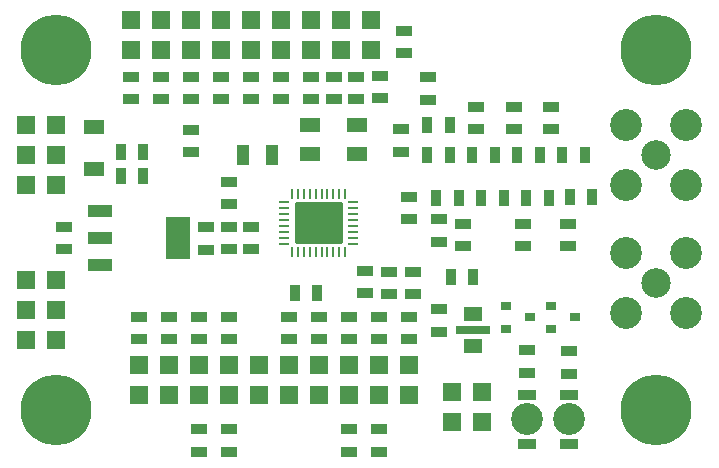
<source format=gbr>
%TF.GenerationSoftware,KiCad,Pcbnew,7.0.5.1-1-g8f565ef7f0-dirty-deb11*%
%TF.CreationDate,2023-07-20T08:29:26+00:00*%
%TF.ProjectId,ISM01,49534d30-312e-46b6-9963-61645f706362,rev?*%
%TF.SameCoordinates,Original*%
%TF.FileFunction,Soldermask,Bot*%
%TF.FilePolarity,Negative*%
%FSLAX46Y46*%
G04 Gerber Fmt 4.6, Leading zero omitted, Abs format (unit mm)*
G04 Created by KiCad (PCBNEW 7.0.5.1-1-g8f565ef7f0-dirty-deb11) date 2023-07-20 08:29:26*
%MOMM*%
%LPD*%
G01*
G04 APERTURE LIST*
G04 Aperture macros list*
%AMRoundRect*
0 Rectangle with rounded corners*
0 $1 Rounding radius*
0 $2 $3 $4 $5 $6 $7 $8 $9 X,Y pos of 4 corners*
0 Add a 4 corners polygon primitive as box body*
4,1,4,$2,$3,$4,$5,$6,$7,$8,$9,$2,$3,0*
0 Add four circle primitives for the rounded corners*
1,1,$1+$1,$2,$3*
1,1,$1+$1,$4,$5*
1,1,$1+$1,$6,$7*
1,1,$1+$1,$8,$9*
0 Add four rect primitives between the rounded corners*
20,1,$1+$1,$2,$3,$4,$5,0*
20,1,$1+$1,$4,$5,$6,$7,0*
20,1,$1+$1,$6,$7,$8,$9,0*
20,1,$1+$1,$8,$9,$2,$3,0*%
G04 Aperture macros list end*
%ADD10R,1.524000X1.524000*%
%ADD11C,6.000000*%
%ADD12C,2.500000*%
%ADD13C,2.700000*%
%ADD14R,1.397000X0.889000*%
%ADD15R,2.032000X1.016000*%
%ADD16R,2.032000X3.657600*%
%ADD17R,0.900000X0.800000*%
%ADD18R,1.500000X0.950000*%
%ADD19R,0.889000X1.397000*%
%ADD20R,1.500000X1.300000*%
%ADD21R,3.000000X0.700000*%
%ADD22R,1.700000X1.300000*%
%ADD23R,1.000000X1.800000*%
%ADD24R,1.800000X1.200000*%
%ADD25RoundRect,0.062500X-0.062500X0.362500X-0.062500X-0.362500X0.062500X-0.362500X0.062500X0.362500X0*%
%ADD26RoundRect,0.062500X-0.362500X0.062500X-0.362500X-0.062500X0.362500X-0.062500X0.362500X0.062500X0*%
%ADD27RoundRect,0.249998X-1.800002X1.550002X-1.800002X-1.550002X1.800002X-1.550002X1.800002X1.550002X0*%
G04 APERTURE END LIST*
D10*
%TO.C,J17*%
X157507047Y-116282689D03*
X157507047Y-113742689D03*
%TD*%
%TO.C,J24*%
X163730047Y-118568689D03*
X163730047Y-116028689D03*
%TD*%
%TO.C,J25*%
X161190047Y-118568689D03*
X161190047Y-116028689D03*
%TD*%
%TO.C,J1*%
X125122047Y-93422689D03*
X127662047Y-93422689D03*
X125122047Y-95962689D03*
X127662047Y-95962689D03*
X125122047Y-98502689D03*
X127662047Y-98502689D03*
%TD*%
%TO.C,J4*%
X125122047Y-106503689D03*
X127662047Y-106503689D03*
X125122047Y-109043689D03*
X127662047Y-109043689D03*
X125122047Y-111583689D03*
X127662047Y-111583689D03*
%TD*%
%TO.C,J10*%
X147347047Y-116282689D03*
X147347047Y-113742689D03*
%TD*%
%TO.C,J11*%
X142267047Y-113742689D03*
X142267047Y-116282689D03*
%TD*%
%TO.C,J12*%
X139727047Y-116282689D03*
X139727047Y-113742689D03*
%TD*%
%TO.C,J13*%
X137187047Y-113742689D03*
X137187047Y-116282689D03*
%TD*%
%TO.C,J14*%
X134647047Y-113742689D03*
X134647047Y-116282689D03*
%TD*%
%TO.C,J19*%
X149887047Y-116282689D03*
X149887047Y-113742689D03*
%TD*%
%TO.C,J20*%
X154967047Y-116282689D03*
X154967047Y-113742689D03*
%TD*%
%TO.C,J21*%
X152427047Y-116282689D03*
X152427047Y-113742689D03*
%TD*%
D11*
%TO.C,M1*%
X127662047Y-87072689D03*
%TD*%
%TO.C,M2*%
X178462047Y-117552689D03*
%TD*%
%TO.C,M3*%
X127662047Y-117552689D03*
%TD*%
%TO.C,M4*%
X178462047Y-87072689D03*
%TD*%
D12*
%TO.C,J3*%
X178462047Y-95962689D03*
D13*
X175922047Y-93422689D03*
X175922047Y-98502689D03*
X181002047Y-93422689D03*
X181002047Y-98502689D03*
%TD*%
D10*
%TO.C,J26*%
X144807047Y-116282689D03*
X144807047Y-113742689D03*
%TD*%
%TO.C,J8*%
X146712047Y-87072689D03*
X146712047Y-84532689D03*
%TD*%
%TO.C,J7*%
X144172047Y-87072689D03*
X144172047Y-84532689D03*
%TD*%
%TO.C,J6*%
X141632047Y-87072689D03*
X141632047Y-84532689D03*
%TD*%
%TO.C,J9*%
X149252047Y-87072689D03*
X149252047Y-84532689D03*
%TD*%
%TO.C,J18*%
X139092047Y-87072689D03*
X139092047Y-84532689D03*
%TD*%
%TO.C,J22*%
X151792047Y-87072689D03*
X151792047Y-84532689D03*
%TD*%
%TO.C,J16*%
X136552047Y-87072689D03*
X136552047Y-84532689D03*
%TD*%
%TO.C,J15*%
X134012047Y-87072689D03*
X134012047Y-84532689D03*
%TD*%
%TO.C,J23*%
X154332047Y-87072689D03*
X154332047Y-84532689D03*
%TD*%
D12*
%TO.C,J2*%
X178462047Y-106757689D03*
D13*
X175922047Y-104217689D03*
X175922047Y-109297689D03*
X181002047Y-104217689D03*
X181002047Y-109297689D03*
%TD*%
D14*
%TO.C,R15*%
X149887047Y-111520189D03*
X149887047Y-109615189D03*
%TD*%
%TO.C,R17*%
X152427047Y-111520189D03*
X152427047Y-109615189D03*
%TD*%
D15*
%TO.C,U1*%
X131345047Y-105233689D03*
X131345047Y-102947689D03*
X131345047Y-100661689D03*
D16*
X137949047Y-102947689D03*
%TD*%
D17*
%TO.C,Q1*%
X169588047Y-110628689D03*
X169588047Y-108728689D03*
X171588047Y-109678689D03*
%TD*%
D13*
%TO.C,D3*%
X167540047Y-118314689D03*
D18*
X167540047Y-116239689D03*
X167540047Y-120389689D03*
%TD*%
D13*
%TO.C,D2*%
X171096047Y-118314689D03*
D18*
X171096047Y-116239689D03*
X171096047Y-120389689D03*
%TD*%
D14*
%TO.C,R19*%
X155094047Y-89231689D03*
X155094047Y-91136689D03*
%TD*%
D17*
%TO.C,Q2*%
X165778047Y-110628689D03*
X165778047Y-108728689D03*
X167778047Y-109678689D03*
%TD*%
D19*
%TO.C,C1*%
X133123047Y-97740689D03*
X135028047Y-97740689D03*
%TD*%
D14*
%TO.C,C3*%
X140362047Y-102058689D03*
X140362047Y-103963689D03*
%TD*%
%TO.C,C5*%
X128297047Y-101995189D03*
X128297047Y-103900189D03*
%TD*%
%TO.C,C14*%
X142267047Y-101995189D03*
X142267047Y-103900189D03*
%TD*%
%TO.C,C15*%
X155856047Y-105805189D03*
X155856047Y-107710189D03*
%TD*%
%TO.C,C16*%
X142267047Y-100090189D03*
X142267047Y-98185189D03*
%TD*%
%TO.C,C18*%
X144172047Y-101995189D03*
X144172047Y-103900189D03*
%TD*%
D20*
%TO.C,C21*%
X162968047Y-109424689D03*
D21*
X162968047Y-110774689D03*
D20*
X162968047Y-112124689D03*
%TD*%
D14*
%TO.C,C22*%
X154967047Y-119140189D03*
X154967047Y-121045189D03*
%TD*%
%TO.C,C23*%
X152427047Y-119140189D03*
X152427047Y-121045189D03*
%TD*%
%TO.C,C27*%
X142267047Y-119140189D03*
X142267047Y-121045189D03*
%TD*%
%TO.C,C28*%
X139727047Y-119140189D03*
X139727047Y-121045189D03*
%TD*%
D22*
%TO.C,D1*%
X130837047Y-97077689D03*
X130837047Y-93577689D03*
%TD*%
D14*
%TO.C,L8*%
X160047047Y-103265189D03*
X160047047Y-101360189D03*
%TD*%
D19*
%TO.C,R1*%
X162968047Y-106300000D03*
X161063047Y-106300000D03*
%TD*%
D14*
%TO.C,R6*%
X147347047Y-111520189D03*
X147347047Y-109615189D03*
%TD*%
%TO.C,R7*%
X142267047Y-111520189D03*
X142267047Y-109615189D03*
%TD*%
%TO.C,R8*%
X139727047Y-111520189D03*
X139727047Y-109615189D03*
%TD*%
%TO.C,R9*%
X137187047Y-111520189D03*
X137187047Y-109615189D03*
%TD*%
%TO.C,R10*%
X134647047Y-111520189D03*
X134647047Y-109615189D03*
%TD*%
%TO.C,R13*%
X157507047Y-111520189D03*
X157507047Y-109615189D03*
%TD*%
%TO.C,R16*%
X154967047Y-111520189D03*
X154967047Y-109615189D03*
%TD*%
%TO.C,R20*%
X139092047Y-95708689D03*
X139092047Y-93803689D03*
%TD*%
D19*
%TO.C,R21*%
X149760047Y-107646689D03*
X147855047Y-107646689D03*
%TD*%
D14*
%TO.C,R22*%
X171096047Y-114441189D03*
X171096047Y-112536189D03*
%TD*%
%TO.C,R23*%
X167540047Y-114377689D03*
X167540047Y-112472689D03*
%TD*%
%TO.C,C20*%
X153824047Y-105741689D03*
X153824047Y-107646689D03*
%TD*%
%TO.C,C17*%
X157888047Y-105805189D03*
X157888047Y-107710189D03*
%TD*%
D19*
%TO.C,C2*%
X133123047Y-95708689D03*
X135028047Y-95708689D03*
%TD*%
D23*
%TO.C,Y1*%
X143450047Y-95962689D03*
X145950047Y-95962689D03*
%TD*%
D14*
%TO.C,R18*%
X151157047Y-89295189D03*
X151157047Y-91200189D03*
%TD*%
%TO.C,C25*%
X153062047Y-89295189D03*
X153062047Y-91200189D03*
%TD*%
%TO.C,C26*%
X157126047Y-87326689D03*
X157126047Y-85421689D03*
%TD*%
%TO.C,R5*%
X149252047Y-89295189D03*
X149252047Y-91200189D03*
%TD*%
%TO.C,R3*%
X144172047Y-89295189D03*
X144172047Y-91200189D03*
%TD*%
%TO.C,R4*%
X146712047Y-89295189D03*
X146712047Y-91200189D03*
%TD*%
%TO.C,R14*%
X139092047Y-89295189D03*
X139092047Y-91200189D03*
%TD*%
%TO.C,R2*%
X141632047Y-89295189D03*
X141632047Y-91200189D03*
%TD*%
%TO.C,R11*%
X134012047Y-89295189D03*
X134012047Y-91200189D03*
%TD*%
%TO.C,R12*%
X136552047Y-89295189D03*
X136552047Y-91200189D03*
%TD*%
D24*
%TO.C,Y2*%
X153157047Y-95822689D03*
X149157047Y-95822689D03*
X149157047Y-93422689D03*
X153157047Y-93422689D03*
%TD*%
D25*
%TO.C,U2*%
X147637047Y-99227689D03*
X148137047Y-99227689D03*
X148637047Y-99227689D03*
X149137047Y-99227689D03*
X149637047Y-99227689D03*
X150137047Y-99227689D03*
X150637047Y-99227689D03*
X151137047Y-99227689D03*
X151637047Y-99227689D03*
X152137047Y-99227689D03*
D26*
X152837047Y-99927689D03*
X152837047Y-100427689D03*
X152837047Y-100927689D03*
X152837047Y-101427689D03*
X152837047Y-101927689D03*
X152837047Y-102427689D03*
X152837047Y-102927689D03*
X152837047Y-103427689D03*
D25*
X152137047Y-104127689D03*
X151637047Y-104127689D03*
X151137047Y-104127689D03*
X150637047Y-104127689D03*
X150137047Y-104127689D03*
X149637047Y-104127689D03*
X149137047Y-104127689D03*
X148637047Y-104127689D03*
X148137047Y-104127689D03*
X147637047Y-104127689D03*
D26*
X146937047Y-103427689D03*
X146937047Y-102927689D03*
X146937047Y-102427689D03*
X146937047Y-101927689D03*
X146937047Y-101427689D03*
X146937047Y-100927689D03*
X146937047Y-100427689D03*
X146937047Y-99927689D03*
D27*
X149887047Y-101677689D03*
%TD*%
D19*
%TO.C,L7*%
X161761547Y-99544089D03*
X159856547Y-99544089D03*
%TD*%
%TO.C,L6*%
X164809547Y-95962689D03*
X162904547Y-95962689D03*
%TD*%
%TO.C,L9*%
X160999547Y-93422689D03*
X159094547Y-93422689D03*
%TD*%
%TO.C,L5*%
X165571547Y-99544089D03*
X163666547Y-99544089D03*
%TD*%
D14*
%TO.C,L10*%
X156872047Y-93740189D03*
X156872047Y-95645189D03*
%TD*%
%TO.C,C7*%
X167159047Y-101766589D03*
X167159047Y-103671589D03*
%TD*%
%TO.C,C9*%
X162079047Y-101766589D03*
X162079047Y-103671589D03*
%TD*%
%TO.C,C13*%
X159158047Y-91263689D03*
X159158047Y-89358689D03*
%TD*%
%TO.C,C10*%
X163222047Y-93740189D03*
X163222047Y-91835189D03*
%TD*%
%TO.C,C11*%
X157507047Y-101360189D03*
X157507047Y-99455189D03*
%TD*%
%TO.C,C4*%
X170969047Y-101766589D03*
X170969047Y-103671589D03*
%TD*%
D19*
%TO.C,C12*%
X159094547Y-95962689D03*
X160999547Y-95962689D03*
%TD*%
D14*
%TO.C,C6*%
X169572047Y-93740189D03*
X169572047Y-91835189D03*
%TD*%
%TO.C,C8*%
X166397047Y-93740189D03*
X166397047Y-91835189D03*
%TD*%
D19*
%TO.C,L3*%
X169381547Y-99544089D03*
X167476547Y-99544089D03*
%TD*%
%TO.C,L4*%
X168619547Y-95962689D03*
X166714547Y-95962689D03*
%TD*%
%TO.C,L1*%
X173064547Y-99518689D03*
X171159547Y-99518689D03*
%TD*%
%TO.C,L2*%
X172429547Y-95962689D03*
X170524547Y-95962689D03*
%TD*%
D14*
%TO.C,C19*%
X160047047Y-108980189D03*
X160047047Y-110885189D03*
%TD*%
M02*

</source>
